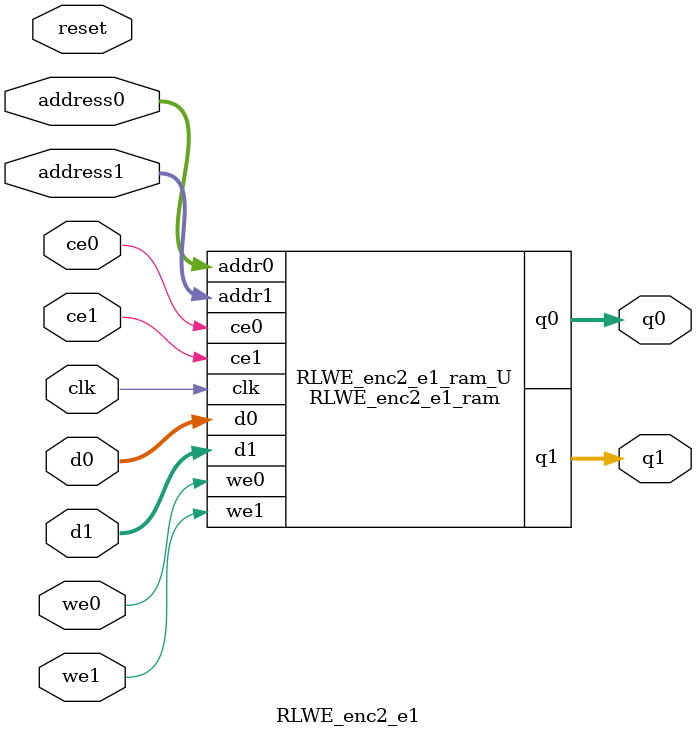
<source format=v>

`timescale 1 ns / 1 ps
module RLWE_enc2_e1_ram (addr0, ce0, d0, we0, q0, addr1, ce1, d1, we1, q1,  clk);

parameter DWIDTH = 16;
parameter AWIDTH = 8;
parameter MEM_SIZE = 256;

input[AWIDTH-1:0] addr0;
input ce0;
input[DWIDTH-1:0] d0;
input we0;
output reg[DWIDTH-1:0] q0;
input[AWIDTH-1:0] addr1;
input ce1;
input[DWIDTH-1:0] d1;
input we1;
output reg[DWIDTH-1:0] q1;
input clk;

(* ram_style = "block" *)reg [DWIDTH-1:0] ram[0:MEM_SIZE-1];




always @(posedge clk)  
begin 
    if (ce0) 
    begin
        if (we0) 
        begin 
            ram[addr0] <= d0; 
            q0 <= d0;
        end 
        else 
            q0 <= ram[addr0];
    end
end


always @(posedge clk)  
begin 
    if (ce1) 
    begin
        if (we1) 
        begin 
            ram[addr1] <= d1; 
            q1 <= d1;
        end 
        else 
            q1 <= ram[addr1];
    end
end


endmodule


`timescale 1 ns / 1 ps
module RLWE_enc2_e1(
    reset,
    clk,
    address0,
    ce0,
    we0,
    d0,
    q0,
    address1,
    ce1,
    we1,
    d1,
    q1);

parameter DataWidth = 32'd16;
parameter AddressRange = 32'd256;
parameter AddressWidth = 32'd8;
input reset;
input clk;
input[AddressWidth - 1:0] address0;
input ce0;
input we0;
input[DataWidth - 1:0] d0;
output[DataWidth - 1:0] q0;
input[AddressWidth - 1:0] address1;
input ce1;
input we1;
input[DataWidth - 1:0] d1;
output[DataWidth - 1:0] q1;



RLWE_enc2_e1_ram RLWE_enc2_e1_ram_U(
    .clk( clk ),
    .addr0( address0 ),
    .ce0( ce0 ),
    .d0( d0 ),
    .we0( we0 ),
    .q0( q0 ),
    .addr1( address1 ),
    .ce1( ce1 ),
    .d1( d1 ),
    .we1( we1 ),
    .q1( q1 ));

endmodule


</source>
